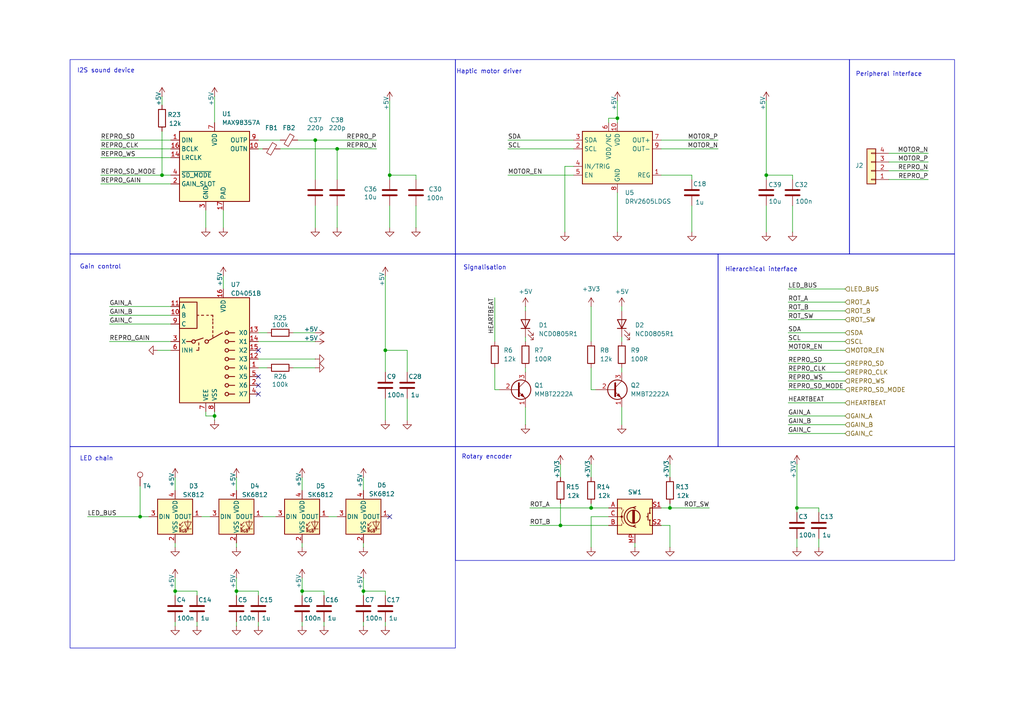
<source format=kicad_sch>
(kicad_sch (version 20250114) (generator "eeschema") (generator_version "9.0")
  (paper "A4")
  (title_block (title "Dummy button") (date "2025-04-23") (rev "v0.1"))
  (lib_symbols
    (symbol "+3V3_1" (power) (pin_numbers (hide yes)) (pin_names (offset 0) (hide yes))
      (property "Value" "+3V3" (at 0 3.556 0))
      (symbol "+3V3_1_1_1"
        (pin power_in line (at 0 0 90) (length 0) (name "~") (number "1"))
      )
    )
    (symbol "Analog_Switch:CD4051B"
      (property "Reference" "U" (at -10.16 16.51 0))
      (property "Value" "CD4051B" (at 3.81 16.51 0))
      (symbol "CD4051B_1_1"
        (pin input line (at -12.7 12.7 0) (length 2.54) (name "A") (number "11"))
        (pin input line (at -12.7 10.16 0) (length 2.54) (name "B") (number "10"))
        (pin input line (at -12.7 7.62 0) (length 2.54) (name "C") (number "9"))
        (pin bidirectional line (at -12.7 2.54 0) (length 2.54) (name "X") (number "3"))
        (pin input line (at -12.7 0 0) (length 2.54) (name "INH") (number "6"))
        (pin power_in line (at -2.54 -17.78 90) (length 2.54) (name "VEE") (number "7"))
        (pin power_in line (at 0 -17.78 90) (length 2.54) (name "VSS") (number "8"))
        (pin power_in line (at 2.54 17.78 270) (length 2.54) (name "VDD") (number "16"))
        (pin bidirectional line (at 12.7 5.08 180) (length 2.54) (name "X0") (number "13"))
        (pin bidirectional line (at 12.7 2.54 180) (length 2.54) (name "X1") (number "14"))
        (pin bidirectional line (at 12.7 0 180) (length 2.54) (name "X2") (number "15"))
        (pin bidirectional line (at 12.7 -2.54 180) (length 2.54) (name "X3") (number "12"))
        (pin bidirectional line (at 12.7 -5.08 180) (length 2.54) (name "X4") (number "1"))
        (pin bidirectional line (at 12.7 -7.62 180) (length 2.54) (name "X5") (number "5"))
        (pin bidirectional line (at 12.7 -10.16 180) (length 2.54) (name "X6") (number "2"))
        (pin bidirectional line (at 12.7 -12.7 180) (length 2.54) (name "X7") (number "4"))
      )
    )
    (symbol "Audio:MAX98357A"
      (property "Reference" "U1" (at 2.1433 15.24 0))
      (property "Value" "MAX98357A" (at 2.1433 12.7 0))
      (symbol "MAX98357A_1_1"
        (pin input line (at -12.7 7.62 0) (length 2.54) (name "DIN") (number "1"))
        (pin input line (at -12.7 5.08 0) (length 2.54) (name "BCLK") (number "16"))
        (pin input line (at -12.7 2.54 0) (length 2.54) (name "LRCLK") (number "14"))
        (pin input line (at -12.7 -2.54 0) (length 2.54) (name "~{SD_MODE}") (number "4"))
        (pin passive line (at -12.7 -5.08 0) (length 2.54) (name "GAIN_SLOT") (number "2"))
        (pin passive line (at -2.54 -12.7 90) (length 2.54) (hide yes) (name "GND") (number "11"))
        (pin passive line (at -2.54 -12.7 90) (length 2.54) (hide yes) (name "GND") (number "15"))
        (pin power_in line (at -2.54 -12.7 90) (length 2.54) (name "GND") (number "3"))
        (pin power_in line (at 0 12.7 270) (length 2.54) (name "VDD") (number "7"))
        (pin passive line (at 0 12.7 270) (length 2.54) (hide yes) (name "VDD") (number "8"))
        (pin power_in line (at 2.54 -12.7 90) (length 2.54) (name "PAD") (number "17"))
        (pin no_connect line (at 10.16 2.54 180) (length 2.54) (hide yes) (name "NC") (number "5"))
        (pin no_connect line (at 10.16 0 180) (length 2.54) (hide yes) (name "NC") (number "6"))
        (pin no_connect line (at 10.16 -5.08 180) (length 2.54) (hide yes) (name "NC") (number "12"))
        (pin no_connect line (at 10.16 -7.62 180) (length 2.54) (hide yes) (name "NC") (number "13"))
        (pin output line (at 12.7 7.62 180) (length 2.54) (name "OUTP") (number "9"))
        (pin output line (at 12.7 5.08 180) (length 2.54) (name "OUTN") (number "10"))
      )
    )
    (symbol "Connector:TestPoint" (pin_numbers (hide yes)) (pin_names (offset 0.762) (hide yes))
      (property "Reference" "TP" (at 0 6.858 0))
      (property "Value" "TestPoint" (at 0 5.08 0))
      (symbol "TestPoint_1_1"
        (pin passive line (at 0 0 90) (length 2.54) (name "1") (number "1"))
      )
    )
    (symbol "Connector_Generic:Conn_01x04" (pin_names (offset 1.016) (hide yes))
      (property "Reference" "J" (at 0 5.08 0))
      (property "Value" "Conn_01x04" (at 0 -7.62 0))
      (symbol "Conn_01x04_1_1"
        (pin passive line (at -5.08 2.54 0) (length 3.81) (name "Pin_1") (number "1"))
        (pin passive line (at -5.08 0 0) (length 3.81) (name "Pin_2") (number "2"))
        (pin passive line (at -5.08 -2.54 0) (length 3.81) (name "Pin_3") (number "3"))
        (pin passive line (at -5.08 -5.08 0) (length 3.81) (name "Pin_4") (number "4"))
      )
    )
    (symbol "Device:C" (pin_numbers (hide yes)) (pin_names (offset 0.254))
      (property "Reference" "C" (at 0.635 2.54 0))
      (property "Value" "C" (at 0.635 -2.54 0))
      (symbol "C_1_1"
        (pin passive line (at 0 3.81 270) (length 2.794) (name "~") (number "1"))
        (pin passive line (at 0 -3.81 90) (length 2.794) (name "~") (number "2"))
      )
    )
    (symbol "Device:FerriteBead_Small" (pin_numbers (hide yes)) (pin_names (offset 0))
      (property "Reference" "FB" (at 1.905 1.27 0))
      (property "Value" "FerriteBead_Small" (at 1.905 -1.27 0))
      (symbol "FerriteBead_Small_1_1"
        (pin passive line (at 0 2.54 270) (length 1.27) (name "~") (number "1"))
        (pin passive line (at 0 -2.54 90) (length 1.27) (name "~") (number "2"))
      )
    )
    (symbol "Device:LED" (pin_numbers (hide yes)) (pin_names (offset 1.016) (hide yes))
      (property "Reference" "D" (at 0 2.54 0))
      (property "Value" "LED" (at 0 -2.54 0))
      (symbol "LED_1_1"
        (pin passive line (at -3.81 0 0) (length 2.54) (name "K") (number "1"))
        (pin passive line (at 3.81 0 180) (length 2.54) (name "A") (number "2"))
      )
    )
    (symbol "Device:R" (pin_numbers (hide yes)) (pin_names (offset 0))
      (property "Reference" "R" (at 2.032 0 90))
      (property "Value" "R" (at 0 0 90))
      (symbol "R_1_1"
        (pin passive line (at 0 3.81 270) (length 1.27) (name "~") (number "1"))
        (pin passive line (at 0 -3.81 90) (length 1.27) (name "~") (number "2"))
      )
    )
    (symbol "Device:RotaryEncoder_Switch_MP" (pin_names (offset 0.254) (hide yes))
      (property "Reference" "SW" (at 0 8.89 0))
      (property "Value" "RotaryEncoder_Switch_MP" (at 0 6.35 0))
      (symbol "RotaryEncoder_Switch_MP_1_1"
        (pin passive line (at -7.62 2.54 0) (length 2.54) (name "A") (number "A"))
        (pin passive line (at -7.62 0 0) (length 2.54) (name "C") (number "C"))
        (pin passive line (at -7.62 -2.54 0) (length 2.54) (name "B") (number "B"))
        (pin passive line (at 0 -7.62 90) (length 2.54) (name "MP") (number "MP"))
        (pin passive line (at 7.62 2.54 180) (length 2.54) (name "S1") (number "S1"))
        (pin passive line (at 7.62 -2.54 180) (length 2.54) (name "S2") (number "S2"))
      )
    )
    (symbol "Driver_Haptic:DRV2605LDGS"
      (property "Reference" "U" (at -10.16 8.255 0))
      (property "Value" "DRV2605LDGS" (at 2.54 -8.89 0))
      (symbol "DRV2605LDGS_1_1"
        (pin bidirectional line (at -12.7 5.08 0) (length 2.54) (name "SDA") (number "3"))
        (pin input line (at -12.7 2.54 0) (length 2.54) (name "SCL") (number "2"))
        (pin input line (at -12.7 -2.54 0) (length 2.54) (name "IN/TRIG") (number "4"))
        (pin input line (at -12.7 -5.08 0) (length 2.54) (name "EN") (number "5"))
        (pin power_in line (at -2.54 10.16 270) (length 2.54) (name "VDD/NC") (number "6"))
        (pin power_in line (at 0 10.16 270) (length 2.54) (name "VDD") (number "10"))
        (pin power_in line (at 0 -10.16 90) (length 2.54) (name "GND") (number "8"))
        (pin output line (at 12.7 5.08 180) (length 2.54) (name "OUT+") (number "7"))
        (pin output line (at 12.7 2.54 180) (length 2.54) (name "OUT-") (number "9"))
        (pin passive line (at 12.7 -5.08 180) (length 2.54) (name "REG") (number "1"))
      )
    )
    (symbol "GND_1" (power) (pin_numbers (hide yes)) (pin_names (offset 0) (hide yes))
      (property "Value" "GND" (at 0 -3.81 0))
      (symbol "GND_1_1_1"
        (pin power_in line (at 0 0 270) (length 0) (name "~") (number "1"))
      )
    )
    (symbol "LED:SK6812MINI" (pin_names (offset 0.254))
      (property "Reference" "D" (at 5.08 5.715 0))
      (property "Value" "SK6812MINI" (at 1.27 -5.715 0))
      (symbol "SK6812MINI_0_0"
        (text "RGB" (at 2.286 -4.191 0) (effects (font (size 0.762 0.762))))
      )
      (symbol "SK6812MINI_1_1"
        (pin input line (at -7.62 0 0) (length 2.54) (name "DIN") (number "3"))
        (pin power_in line (at 0 7.62 270) (length 2.54) (name "VDD") (number "4"))
        (pin power_in line (at 0 -7.62 90) (length 2.54) (name "VSS") (number "2"))
        (pin output line (at 7.62 0 180) (length 2.54) (name "DOUT") (number "1"))
      )
    )
    (symbol "LED_1" (pin_numbers (hide yes)) (pin_names (offset 1.016) (hide yes))
      (property "Reference" "D" (at 0 2.54 0))
      (property "Value" "LED" (at 0 -2.54 0))
      (symbol "LED_1_1_1"
        (pin passive line (at -3.81 0 0) (length 2.54) (name "K") (number "1"))
        (pin passive line (at 3.81 0 180) (length 2.54) (name "A") (number "2"))
      )
    )
    (symbol "PN2222A_1" (pin_names (offset 0) (hide yes))
      (property "Reference" "Q" (at 5.08 1.905 0))
      (property "Value" "PN2222A" (at 5.08 0 0))
      (symbol "PN2222A_1_1_1"
        (pin input line (at -5.08 0 0) (length 5.08) (name "B") (number "2"))
        (pin passive line (at 2.54 5.08 270) (length 2.54) (name "C") (number "3"))
        (pin passive line (at 2.54 -5.08 90) (length 2.54) (name "E") (number "1"))
      )
    )
    (symbol "Transistor_BJT:PN2222A" (pin_names (offset 0) (hide yes))
      (property "Reference" "Q" (at 5.08 1.905 0))
      (property "Value" "PN2222A" (at 5.08 0 0))
      (symbol "PN2222A_1_1"
        (pin input line (at -5.08 0 0) (length 5.08) (name "B") (number "2"))
        (pin passive line (at 2.54 5.08 270) (length 2.54) (name "C") (number "3"))
        (pin passive line (at 2.54 -5.08 90) (length 2.54) (name "E") (number "1"))
      )
    )
    (symbol "power:+5V" (power) (pin_numbers (hide yes)) (pin_names (offset 0) (hide yes))
      (property "Value" "+5V" (at 0 3.556 0))
      (symbol "+5V_1_1"
        (pin power_in line (at 0 0 90) (length 0) (name "~") (number "1"))
      )
    )
  )
  (rectangle (start 246.38 17.272) (end 276.86 73.66))
  (rectangle (start 208.28 73.66) (end 276.86 129.54))
  (rectangle (start 132.08 129.54) (end 276.86 162.56))
  (rectangle (start 132.08 17.272) (end 246.38 73.66))
  (rectangle (start 20.32 17.272) (end 132.08 73.66))
  (rectangle (start 20.32 129.54) (end 132.08 187.96))
  (rectangle (start 20.32 73.66) (end 132.08 129.54))
  (rectangle (start 132.08 73.66) (end 208.28 129.54))
  (text "Haptic motor driver" (at 132.334 20.828 0) (effects (font (size 1.27 1.27)) (justify left)))
  (text "Hierarchical interface" (at 210.312 78.232 0) (effects (font (size 1.27 1.27)) (justify left)))
  (text "LED chain" (at 23.114 133.096 0) (effects (font (size 1.27 1.27)) (justify left)))
  (text "I2S sound device" (at 22.352 20.574 0) (effects (font (size 1.27 1.27)) (justify left)))
  (text "Peripheral interface" (at 248.158 21.59 0) (effects (font (size 1.27 1.27)) (justify left)))
  (text "Signalisation" (at 134.366 77.724 0) (effects (font (size 1.27 1.27)) (justify left)))
  (text "Rotary encoder" (at 133.858 132.588 0) (effects (font (size 1.27 1.27)) (justify left)))
  (text "Gain control" (at 23.114 77.47 0) (effects (font (size 1.27 1.27)) (justify left)))
  (junction (at 111.76 101.6))
  (junction (at 68.58 171.45))
  (junction (at 162.56 152.4))
  (junction (at 222.25 50.8))
  (junction (at 179.07 34.29))
  (junction (at 194.31 147.32))
  (junction (at 46.99 50.8))
  (junction (at 113.03 50.8))
  (junction (at 97.79 43.18))
  (junction (at 50.8 171.45))
  (junction (at 171.45 147.32))
  (junction (at 105.41 171.45))
  (junction (at 62.23 120.65))
  (junction (at 231.14 147.32))
  (junction (at 91.44 40.64))
  (junction (at 87.63 171.45))
  (junction (at 40.64 149.86))
  (no_connect (at 74.93 101.6))
  (no_connect (at 74.93 114.3))
  (no_connect (at 74.93 109.22))
  (no_connect (at 113.03 149.86))
  (no_connect (at 74.93 111.76))
  (wire (pts (xy 62.23 120.65) (xy 62.23 121.92)))
  (wire (pts (xy 91.44 59.69) (xy 91.44 66.04)))
  (wire (pts (xy 105.41 171.45) (xy 111.76 171.45)))
  (wire (pts (xy 231.14 158.75) (xy 231.14 156.21)))
  (wire (pts (xy 29.21 40.64) (xy 49.53 40.64)))
  (wire (pts (xy 120.65 52.07) (xy 120.65 50.8)))
  (wire (pts (xy 87.63 171.45) (xy 87.63 172.72)))
  (wire (pts (xy 228.6 101.6) (xy 245.11 101.6)))
  (wire (pts (xy 228.6 107.95) (xy 245.11 107.95)))
  (wire (pts (xy 228.6 125.73) (xy 245.11 125.73)))
  (wire (pts (xy 180.34 88.9) (xy 180.34 90.17)))
  (wire (pts (xy 31.75 99.06) (xy 49.53 99.06)))
  (wire (pts (xy 144.78 113.03) (xy 143.51 113.03)))
  (wire (pts (xy 269.24 49.53) (xy 257.81 49.53)))
  (wire (pts (xy 118.11 101.6) (xy 118.11 107.95)))
  (wire (pts (xy 228.6 83.82) (xy 245.11 83.82)))
  (wire (pts (xy 105.41 181.61) (xy 105.41 180.34)))
  (wire (pts (xy 87.63 138.43) (xy 87.63 142.24)))
  (wire (pts (xy 228.6 105.41) (xy 245.11 105.41)))
  (wire (pts (xy 228.6 113.03) (xy 245.11 113.03)))
  (wire (pts (xy 147.32 43.18) (xy 166.37 43.18)))
  (wire (pts (xy 29.21 43.18) (xy 49.53 43.18)))
  (wire (pts (xy 64.77 80.01) (xy 64.77 83.82)))
  (wire (pts (xy 180.34 106.68) (xy 180.34 107.95)))
  (wire (pts (xy 111.76 101.6) (xy 118.11 101.6)))
  (wire (pts (xy 113.03 59.69) (xy 113.03 66.04)))
  (wire (pts (xy 113.03 29.21) (xy 113.03 50.8)))
  (wire (pts (xy 180.34 118.11) (xy 180.34 123.19)))
  (wire (pts (xy 228.6 116.84) (xy 245.11 116.84)))
  (wire (pts (xy 29.21 50.8) (xy 46.99 50.8)))
  (wire (pts (xy 50.8 138.43) (xy 50.8 142.24)))
  (wire (pts (xy 163.83 67.31) (xy 163.83 48.26)))
  (wire (pts (xy 85.09 96.52) (xy 91.44 96.52)))
  (wire (pts (xy 257.81 44.45) (xy 269.24 44.45)))
  (wire (pts (xy 231.14 147.32) (xy 231.14 148.59)))
  (wire (pts (xy 180.34 97.79) (xy 180.34 99.06)))
  (wire (pts (xy 152.4 118.11) (xy 152.4 123.19)))
  (wire (pts (xy 228.6 92.71) (xy 245.11 92.71)))
  (wire (pts (xy 194.31 152.4) (xy 194.31 158.75)))
  (wire (pts (xy 87.63 181.61) (xy 87.63 180.34)))
  (wire (pts (xy 257.81 52.07) (xy 269.24 52.07)))
  (wire (pts (xy 81.28 43.18) (xy 97.79 43.18)))
  (wire (pts (xy 68.58 171.45) (xy 74.93 171.45)))
  (wire (pts (xy 200.66 52.07) (xy 200.66 50.8)))
  (wire (pts (xy 118.11 115.57) (xy 118.11 121.92)))
  (wire (pts (xy 143.51 106.68) (xy 143.51 113.03)))
  (wire (pts (xy 200.66 59.69) (xy 200.66 67.31)))
  (wire (pts (xy 40.64 149.86) (xy 43.18 149.86)))
  (wire (pts (xy 152.4 106.68) (xy 152.4 107.95)))
  (wire (pts (xy 222.25 50.8) (xy 229.87 50.8)))
  (wire (pts (xy 257.81 46.99) (xy 269.24 46.99)))
  (wire (pts (xy 105.41 157.48) (xy 105.41 158.75)))
  (wire (pts (xy 191.77 40.64) (xy 208.28 40.64)))
  (wire (pts (xy 153.67 152.4) (xy 162.56 152.4)))
  (wire (pts (xy 111.76 80.01) (xy 111.76 101.6)))
  (wire (pts (xy 171.45 158.75) (xy 171.45 149.86)))
  (wire (pts (xy 231.14 134.62) (xy 231.14 147.32)))
  (wire (pts (xy 97.79 43.18) (xy 109.22 43.18)))
  (wire (pts (xy 229.87 50.8) (xy 229.87 52.07)))
  (wire (pts (xy 113.03 50.8) (xy 113.03 52.07)))
  (wire (pts (xy 229.87 59.69) (xy 229.87 67.31)))
  (wire (pts (xy 74.93 40.64) (xy 81.28 40.64)))
  (wire (pts (xy 111.76 171.45) (xy 111.76 172.72)))
  (wire (pts (xy 87.63 157.48) (xy 87.63 158.75)))
  (wire (pts (xy 176.53 34.29) (xy 176.53 35.56)))
  (wire (pts (xy 191.77 147.32) (xy 194.31 147.32)))
  (wire (pts (xy 231.14 147.32) (xy 237.49 147.32)))
  (wire (pts (xy 222.25 59.69) (xy 222.25 67.31)))
  (wire (pts (xy 62.23 119.38) (xy 62.23 120.65)))
  (wire (pts (xy 184.15 157.48) (xy 184.15 158.75)))
  (wire (pts (xy 74.93 99.06) (xy 91.44 99.06)))
  (wire (pts (xy 68.58 138.43) (xy 68.58 142.24)))
  (wire (pts (xy 74.93 43.18) (xy 76.2 43.18)))
  (wire (pts (xy 163.83 48.26) (xy 166.37 48.26)))
  (wire (pts (xy 74.93 104.14) (xy 91.44 104.14)))
  (wire (pts (xy 171.45 147.32) (xy 176.53 147.32)))
  (wire (pts (xy 147.32 50.8) (xy 166.37 50.8)))
  (wire (pts (xy 105.41 167.64) (xy 105.41 171.45)))
  (wire (pts (xy 58.42 149.86) (xy 60.96 149.86)))
  (wire (pts (xy 171.45 146.05) (xy 171.45 147.32)))
  (wire (pts (xy 222.25 50.8) (xy 222.25 52.07)))
  (wire (pts (xy 31.75 88.9) (xy 49.53 88.9)))
  (wire (pts (xy 57.15 180.34) (xy 57.15 181.61)))
  (wire (pts (xy 68.58 167.64) (xy 68.58 171.45)))
  (wire (pts (xy 228.6 90.17) (xy 245.11 90.17)))
  (wire (pts (xy 31.75 93.98) (xy 49.53 93.98)))
  (wire (pts (xy 228.6 123.19) (xy 245.11 123.19)))
  (wire (pts (xy 74.93 106.68) (xy 77.47 106.68)))
  (wire (pts (xy 152.4 97.79) (xy 152.4 99.06)))
  (wire (pts (xy 50.8 181.61) (xy 50.8 180.34)))
  (wire (pts (xy 228.6 110.49) (xy 245.11 110.49)))
  (wire (pts (xy 200.66 50.8) (xy 191.77 50.8)))
  (wire (pts (xy 105.41 171.45) (xy 105.41 172.72)))
  (wire (pts (xy 179.07 34.29) (xy 179.07 35.56)))
  (wire (pts (xy 194.31 134.62) (xy 194.31 138.43)))
  (wire (pts (xy 228.6 87.63) (xy 245.11 87.63)))
  (wire (pts (xy 111.76 180.34) (xy 111.76 181.61)))
  (wire (pts (xy 152.4 88.9) (xy 152.4 90.17)))
  (wire (pts (xy 40.64 140.97) (xy 40.64 149.86)))
  (wire (pts (xy 87.63 167.64) (xy 87.63 171.45)))
  (wire (pts (xy 85.09 106.68) (xy 91.44 106.68)))
  (wire (pts (xy 171.45 134.62) (xy 171.45 138.43)))
  (wire (pts (xy 87.63 171.45) (xy 93.98 171.45)))
  (wire (pts (xy 105.41 138.43) (xy 105.41 142.24)))
  (wire (pts (xy 74.93 96.52) (xy 77.47 96.52)))
  (wire (pts (xy 50.8 171.45) (xy 57.15 171.45)))
  (wire (pts (xy 59.69 120.65) (xy 62.23 120.65)))
  (wire (pts (xy 74.93 180.34) (xy 74.93 181.61)))
  (wire (pts (xy 222.25 29.21) (xy 222.25 50.8)))
  (wire (pts (xy 62.23 27.94) (xy 62.23 35.56)))
  (wire (pts (xy 171.45 106.68) (xy 171.45 113.03)))
  (wire (pts (xy 64.77 60.96) (xy 64.77 66.04)))
  (wire (pts (xy 57.15 171.45) (xy 57.15 172.72)))
  (wire (pts (xy 68.58 157.48) (xy 68.58 158.75)))
  (wire (pts (xy 25.4 149.86) (xy 40.64 149.86)))
  (wire (pts (xy 162.56 146.05) (xy 162.56 152.4)))
  (wire (pts (xy 153.67 147.32) (xy 171.45 147.32)))
  (wire (pts (xy 86.36 40.64) (xy 91.44 40.64)))
  (wire (pts (xy 179.07 29.21) (xy 179.07 34.29)))
  (wire (pts (xy 111.76 121.92) (xy 111.76 115.57)))
  (wire (pts (xy 162.56 152.4) (xy 176.53 152.4)))
  (wire (pts (xy 95.25 149.86) (xy 97.79 149.86)))
  (wire (pts (xy 59.69 119.38) (xy 59.69 120.65)))
  (wire (pts (xy 143.51 86.36) (xy 143.51 99.06)))
  (wire (pts (xy 46.99 38.1) (xy 46.99 50.8)))
  (wire (pts (xy 68.58 171.45) (xy 68.58 172.72)))
  (wire (pts (xy 97.79 59.69) (xy 97.79 66.04)))
  (wire (pts (xy 237.49 156.21) (xy 237.49 158.75)))
  (wire (pts (xy 93.98 171.45) (xy 93.98 172.72)))
  (wire (pts (xy 29.21 53.34) (xy 49.53 53.34)))
  (wire (pts (xy 171.45 149.86) (xy 176.53 149.86)))
  (wire (pts (xy 68.58 181.61) (xy 68.58 180.34)))
  (wire (pts (xy 194.31 147.32) (xy 205.74 147.32)))
  (wire (pts (xy 91.44 40.64) (xy 109.22 40.64)))
  (wire (pts (xy 49.53 50.8) (xy 46.99 50.8)))
  (wire (pts (xy 91.44 40.64) (xy 91.44 52.07)))
  (wire (pts (xy 228.6 96.52) (xy 245.11 96.52)))
  (wire (pts (xy 50.8 157.48) (xy 50.8 158.75)))
  (wire (pts (xy 50.8 171.45) (xy 50.8 172.72)))
  (wire (pts (xy 97.79 43.18) (xy 97.79 52.07)))
  (wire (pts (xy 191.77 43.18) (xy 208.28 43.18)))
  (wire (pts (xy 29.21 45.72) (xy 49.53 45.72)))
  (wire (pts (xy 93.98 180.34) (xy 93.98 181.61)))
  (wire (pts (xy 113.03 50.8) (xy 120.65 50.8)))
  (wire (pts (xy 120.65 59.69) (xy 120.65 66.04)))
  (wire (pts (xy 228.6 99.06) (xy 245.11 99.06)))
  (wire (pts (xy 31.75 91.44) (xy 49.53 91.44)))
  (wire (pts (xy 59.69 60.96) (xy 59.69 66.04)))
  (wire (pts (xy 46.99 27.94) (xy 46.99 30.48)))
  (wire (pts (xy 147.32 40.64) (xy 166.37 40.64)))
  (wire (pts (xy 162.56 134.62) (xy 162.56 138.43)))
  (wire (pts (xy 171.45 88.9) (xy 171.45 99.06)))
  (wire (pts (xy 45.72 101.6) (xy 49.53 101.6)))
  (wire (pts (xy 228.6 120.65) (xy 245.11 120.65)))
  (wire (pts (xy 76.2 149.86) (xy 80.01 149.86)))
  (wire (pts (xy 111.76 101.6) (xy 111.76 107.95)))
  (wire (pts (xy 74.93 171.45) (xy 74.93 172.72)))
  (wire (pts (xy 172.72 113.03) (xy 171.45 113.03)))
  (wire (pts (xy 176.53 34.29) (xy 179.07 34.29)))
  (wire (pts (xy 179.07 55.88) (xy 179.07 67.31)))
  (wire (pts (xy 191.77 152.4) (xy 194.31 152.4)))
  (wire (pts (xy 237.49 147.32) (xy 237.49 148.59)))
  (wire (pts (xy 194.31 146.05) (xy 194.31 147.32)))
  (wire (pts (xy 50.8 167.64) (xy 50.8 171.45)))
  (label "LED_BUS" (at 228.6 83.82 0))
  (label "MOTOR_P" (at 208.28 40.64 180))
  (label "REPRO_SD_MODE" (at 228.6 113.03 0))
  (label "ROT_B" (at 228.6 90.17 0))
  (label "REPRO_GAIN" (at 31.75 99.06 0))
  (label "LED_BUS" (at 25.4 149.86 0))
  (label "HEARTBEAT" (at 143.51 86.36 270))
  (label "REPRO_GAIN" (at 29.21 53.34 0))
  (label "ROT_B" (at 153.67 152.4 0))
  (label "ROT_A" (at 153.67 147.32 0))
  (label "GAIN_B" (at 31.75 91.44 0))
  (label "REPRO_N" (at 109.22 43.18 180))
  (label "GAIN_C" (at 31.75 93.98 0))
  (label "GAIN_A" (at 228.6 120.65 0))
  (label "REPRO_CLK" (at 228.6 107.95 0))
  (label "REPRO_CLK" (at 29.21 43.18 0))
  (label "REPRO_P" (at 269.24 52.07 180))
  (label "GAIN_C" (at 228.6 125.73 0))
  (label "REPRO_SD" (at 228.6 105.41 0))
  (label "REPRO_N" (at 269.24 49.53 180))
  (label "REPRO_SD_MODE" (at 29.21 50.8 0))
  (label "ROT_A" (at 228.6 87.63 0))
  (label "SDA" (at 147.32 40.64 0))
  (label "HEARTBEAT" (at 228.6 116.84 0))
  (label "MOTOR_N" (at 269.24 44.45 180))
  (label "MOTOR_EN" (at 228.6 101.6 0))
  (label "REPRO_WS" (at 228.6 110.49 0))
  (label "REPRO_SD" (at 29.21 40.64 0))
  (label "SDA" (at 228.6 96.52 0))
  (label "SCL" (at 228.6 99.06 0))
  (label "SCL" (at 147.32 43.18 0))
  (label "REPRO_WS" (at 29.21 45.72 0))
  (label "REPRO_P" (at 109.22 40.64 180))
  (label "MOTOR_P" (at 269.24 46.99 180))
  (label "MOTOR_EN" (at 147.32 50.8 0))
  (label "GAIN_A" (at 31.75 88.9 0))
  (label "ROT_SW" (at 228.6 92.71 0))
  (label "GAIN_B" (at 228.6 123.19 0))
  (label "ROT_SW" (at 205.74 147.32 180))
  (label "MOTOR_N" (at 208.28 43.18 180))
  (hierarchical_label "SDA" (shape input) (at 245.11 96.52 0))
  (hierarchical_label "ROT_SW" (shape input) (at 245.11 92.71 0))
  (hierarchical_label "ROT_B" (shape input) (at 245.11 90.17 0))
  (hierarchical_label "REPRO_WS" (shape input) (at 245.11 110.49 0))
  (hierarchical_label "GAIN_B" (shape input) (at 245.11 123.19 0))
  (hierarchical_label "REPRO_CLK" (shape input) (at 245.11 107.95 0))
  (hierarchical_label "REPRO_SD" (shape input) (at 245.11 105.41 0))
  (hierarchical_label "GAIN_A" (shape input) (at 245.11 120.65 0))
  (hierarchical_label "HEARTBEAT" (shape input) (at 245.11 116.84 0))
  (hierarchical_label "LED_BUS" (shape input) (at 245.11 83.82 0))
  (hierarchical_label "SCL" (shape input) (at 245.11 99.06 0))
  (hierarchical_label "MOTOR_EN" (shape input) (at 245.11 101.6 0))
  (hierarchical_label "GAIN_C" (shape input) (at 245.11 125.73 0))
  (hierarchical_label "ROT_A" (shape input) (at 245.11 87.63 0))
  (hierarchical_label "REPRO_SD_MODE" (shape input) (at 245.11 113.03 0))
  (symbol (lib_id "Device:C") (at 111.76 111.76 180) (unit 1)
    (property "Reference" "C9" (at 113.538 109.22 0))
    (property "Value" "100n" (at 114.808 114.554 0))
    (property "Footprint" "Capacitor_SMD:C_0603_1608Metric_Pad1.08x0.95mm_HandSolder" (effects (hide yes)))
    (property "LCSC" "C14663" (effects (hide yes)))
  )
  (symbol (lib_name "GND_1") (lib_id "power:GND") (at 105.41 181.61 0) (unit 1)
    (property "Reference" "#PWR053" (effects (hide yes)))
    (property "Value" "GND" (effects (hide yes)))
    (property "Description" "Power symbol creates a global label with name \"GND\" , ground" (effects (hide yes)))
  )
  (symbol (lib_id "Device:C") (at 97.79 55.88 0) (mirror y) (unit 1)
    (property "Reference" "C38" (at 97.79 34.798 0))
    (property "Value" "220p" (at 97.79 37.084 0))
    (property "Footprint" "Capacitor_SMD:C_0603_1608Metric" (effects (hide yes)))
    (property "LCSC" "C14663" (effects (hide yes)))
  )
  (symbol (lib_name "GND_1") (lib_id "power:GND") (at 62.23 121.92 0) (unit 1)
    (property "Reference" "#PWR0115" (effects (hide yes)))
    (property "Value" "GND" (effects (hide yes)))
    (property "Description" "Power symbol creates a global label with name \"GND\" , ground" (effects (hide yes)))
  )
  (symbol (lib_id "power:+5V") (at 91.44 99.06 270) (unit 1)
    (property "Reference" "#PWR0118" (effects (hide yes)))
    (property "Value" "+5V" (at 88.138 98.044 90) (effects (justify left)))
    (property "Description" "Power symbol creates a global label with name \"+5V\"" (effects (hide yes)))
  )
  (symbol (lib_id "power:+5V") (at 91.44 96.52 270) (unit 1)
    (property "Reference" "#PWR0117" (effects (hide yes)))
    (property "Value" "+5V" (at 88.138 95.504 90) (effects (justify left)))
    (property "Description" "Power symbol creates a global label with name \"+5V\"" (effects (hide yes)))
  )
  (symbol (lib_id "power:+5V") (at 105.41 138.43 0) (unit 1)
    (property "Reference" "#PWR066" (effects (hide yes)))
    (property "Value" "+5V" (at 104.394 141.478 90) (effects (justify left)))
    (property "Description" "Power symbol creates a global label with name \"+5V\"" (effects (hide yes)))
  )
  (symbol (lib_id "Device:FerriteBead_Small") (at 78.74 43.18 270) (unit 1)
    (property "Reference" "FB1" (at 78.74 37.084 90))
    (property "Value" "FerriteBead_Small" (effects (hide yes)))
    (property "Footprint" "Inductor_SMD:L_0603_1608Metric" (effects (hide yes)))
    (property "Description" "Ferrite bead, small symbol" (effects (hide yes)))
    (property "LCSC" "C76814" (effects (hide yes)))
  )
  (symbol (lib_name "GND_1") (lib_id "power:GND") (at 59.69 66.04 0) (unit 1)
    (property "Reference" "#PWR060" (effects (hide yes)))
    (property "Value" "GND" (effects (hide yes)))
    (property "Description" "Power symbol creates a global label with name \"GND\" , ground" (effects (hide yes)))
  )
  (symbol (lib_id "Device:C") (at 68.58 176.53 180) (unit 1)
    (property "Reference" "C5" (at 70.358 173.99 0))
    (property "Value" "100n" (at 71.628 179.324 0))
    (property "Footprint" "Capacitor_SMD:C_0603_1608Metric_Pad1.08x0.95mm_HandSolder" (effects (hide yes)))
    (property "LCSC" "C14663" (effects (hide yes)))
  )
  (symbol (lib_id "Device:C") (at 111.76 176.53 180) (unit 1)
    (property "Reference" "C17" (at 114.046 173.99 0))
    (property "Value" "1u" (at 114.046 179.324 0))
    (property "Footprint" "Capacitor_SMD:C_0603_1608Metric_Pad1.08x0.95mm_HandSolder" (effects (hide yes)))
    (property "LCSC" "C15849" (effects (hide yes)))
  )
  (symbol (lib_id "Device:C") (at 237.49 152.4 180) (unit 1)
    (property "Reference" "C13" (at 239.776 149.86 0))
    (property "Value" "1u" (at 239.776 155.194 0))
    (property "Footprint" "Capacitor_SMD:C_0603_1608Metric_Pad1.08x0.95mm_HandSolder" (effects (hide yes)))
    (property "LCSC" "C15849" (effects (hide yes)))
  )
  (symbol (lib_id "Device:C") (at 57.15 176.53 180) (unit 1)
    (property "Reference" "C14" (at 59.436 173.99 0))
    (property "Value" "1u" (at 59.436 179.324 0))
    (property "Footprint" "Capacitor_SMD:C_0603_1608Metric_Pad1.08x0.95mm_HandSolder" (effects (hide yes)))
    (property "LCSC" "C15849" (effects (hide yes)))
  )
  (symbol (lib_name "GND_1") (lib_id "power:GND") (at 50.8 158.75 0) (unit 1)
    (property "Reference" "#PWR057" (effects (hide yes)))
    (property "Value" "GND" (effects (hide yes)))
    (property "Description" "Power symbol creates a global label with name \"GND\" , ground" (effects (hide yes)))
  )
  (symbol (lib_name "GND_1") (lib_id "power:GND") (at 93.98 181.61 0) (unit 1)
    (property "Reference" "#PWR049" (effects (hide yes)))
    (property "Value" "GND" (effects (hide yes)))
    (property "Description" "Power symbol creates a global label with name \"GND\" , ground" (effects (hide yes)))
  )
  (symbol (lib_name "GND_1") (lib_id "power:GND") (at 68.58 158.75 0) (unit 1)
    (property "Reference" "#PWR058" (effects (hide yes)))
    (property "Value" "GND" (effects (hide yes)))
    (property "Description" "Power symbol creates a global label with name \"GND\" , ground" (effects (hide yes)))
  )
  (symbol (lib_id "power:+5V") (at 68.58 167.64 0) (unit 1)
    (property "Reference" "#PWR090" (effects (hide yes)))
    (property "Value" "+5V" (at 67.564 170.688 90) (effects (justify left)))
    (property "Description" "Power symbol creates a global label with name \"+5V\"" (effects (hide yes)))
  )
  (symbol (lib_id "Connector:TestPoint") (at 40.64 140.97 0) (unit 1)
    (property "Reference" "T4" (at 42.672 140.97 0))
    (property "Value" "TestPoint" (effects (hide yes)))
    (property "Footprint" "TestPoint:TestPoint_Pad_1.0x1.0mm" (effects (hide yes)))
    (property "Description" "test point" (effects (hide yes)))
  )
  (symbol (lib_name "GND_1") (lib_id "power:GND") (at 118.11 121.92 0) (unit 1)
    (property "Reference" "#PWR039" (effects (hide yes)))
    (property "Value" "GND" (effects (hide yes)))
    (property "Description" "Power symbol creates a global label with name \"GND\" , ground" (effects (hide yes)))
  )
  (symbol (lib_name "GND_1") (lib_id "power:GND") (at 68.58 181.61 0) (unit 1)
    (property "Reference" "#PWR046" (effects (hide yes)))
    (property "Value" "GND" (effects (hide yes)))
    (property "Description" "Power symbol creates a global label with name \"GND\" , ground" (effects (hide yes)))
  )
  (symbol (lib_id "Device:C") (at 120.65 55.88 0) (unit 1)
    (property "Reference" "C30" (at 126.238 54.864 0))
    (property "Value" "100n" (at 126.238 57.404 0))
    (property "Footprint" "Capacitor_SMD:C_0603_1608Metric_Pad1.08x0.95mm_HandSolder" (effects (hide yes)))
    (property "LCSC" "C14663" (effects (hide yes)))
  )
  (symbol (lib_name "GND_1") (lib_id "power:GND") (at 91.44 106.68 90) (unit 1)
    (property "Reference" "#PWR0120" (effects (hide yes)))
    (property "Value" "GND" (effects (hide yes)))
    (property "Description" "Power symbol creates a global label with name \"GND\" , ground" (effects (hide yes)))
  )
  (symbol (lib_name "GND_1") (lib_id "power:GND") (at 152.4 123.19 0) (unit 1)
    (property "Reference" "#PWR038" (effects (hide yes)))
    (property "Value" "GND" (effects (hide yes)))
    (property "Description" "Power symbol creates a global label with name \"GND\" , ground" (effects (hide yes)))
  )
  (symbol (lib_id "Device:R") (at 81.28 96.52 90) (unit 1)
    (property "Reference" "R25" (at 81.28 92.202 90))
    (property "Value" "100k" (at 81.28 94.234 90))
    (property "Footprint" "Resistor_SMD:R_0603_1608Metric_Pad0.98x0.95mm_HandSolder" (effects (hide yes)))
    (property "LCSC" "C25803" (effects (hide yes)))
  )
  (symbol (lib_name "GND_1") (lib_id "power:GND") (at 237.49 158.75 0) (unit 1)
    (property "Reference" "#PWR052" (effects (hide yes)))
    (property "Value" "GND" (effects (hide yes)))
    (property "Description" "Power symbol creates a global label with name \"GND\" , ground" (effects (hide yes)))
  )
  (symbol (lib_id "Device:RotaryEncoder_Switch_MP") (at 184.15 149.86 0) (unit 1)
    (property "Reference" "SW1" (at 184.15 142.748 0))
    (property "Value" "RotaryEncoder_Switch_MP" (effects (hide yes)))
    (property "Footprint" "Rotary_Encoder:RotaryEncoder_Alps_EC11E-Switch_Vertical_H20mm" (effects (hide yes)))
    (property "Description" "Rotary encoder, dual channel, incremental quadrate outputs, with switch and MP Pin" (effects (hide yes)))
  )
  (symbol (lib_id "Analog_Switch:CD4051B") (at 62.23 101.6 0) (unit 1)
    (property "Reference" "U7" (at 66.9133 82.55 0) (effects (justify left)))
    (property "Value" "CD4051B" (at 66.9133 85.09 0) (effects (justify left)))
    (property "Footprint" "Package_SO:SOIC-16_3.9x9.9mm_P1.27mm" (effects (hide yes)))
    (property "Datasheet" "http://www.ti.com/lit/ds/symlink/cd4052b.pdf" (effects (hide yes)))
    (property "Description" "CMOS single 8-channel analog multiplexer demultiplexer, TSSOP-16/DIP-16/SOIC-16" (effects (hide yes)))
    (property "LCSC" "C87646" (effects (hide yes)))
  )
  (symbol (lib_id "Connector_Generic:Conn_01x04") (at 252.73 49.53 180) (unit 1)
    (property "Reference" "J2" (at 250.444 48.006 0) (effects (justify left)))
    (property "Value" "repro_motor" (effects (hide yes)))
    (property "Footprint" "Connector_JST:JST_PH_B4B-PH-K_1x04_P2.00mm_Vertical" (effects (hide yes)))
    (property "Description" "Generic connector, single row, 01x04, script generated (kicad-library-utils/schlib/autogen/connector/)" (effects (hide yes)))
  )
  (symbol (lib_name "GND_1") (lib_id "power:GND") (at 180.34 123.19 0) (unit 1)
    (property "Reference" "#PWR040" (effects (hide yes)))
    (property "Value" "GND" (effects (hide yes)))
    (property "Description" "Power symbol creates a global label with name \"GND\" , ground" (effects (hide yes)))
  )
  (symbol (lib_name "GND_1") (lib_id "power:GND") (at 111.76 181.61 0) (unit 1)
    (property "Reference" "#PWR054" (effects (hide yes)))
    (property "Value" "GND" (effects (hide yes)))
    (property "Description" "Power symbol creates a global label with name \"GND\" , ground" (effects (hide yes)))
  )
  (symbol (lib_id "power:+5V") (at 113.03 29.21 0) (unit 1)
    (property "Reference" "#PWR086" (effects (hide yes)))
    (property "Value" "+5V" (at 112.014 32.004 90) (effects (justify left)))
    (property "Description" "Power symbol creates a global label with name \"+5V\"" (effects (hide yes)))
  )
  (symbol (lib_id "Device:C") (at 229.87 55.88 0) (unit 1)
    (property "Reference" "C32" (at 232.41 53.594 0))
    (property "Value" "100n" (at 233.172 58.42 0))
    (property "Footprint" "Capacitor_SMD:C_0603_1608Metric_Pad1.08x0.95mm_HandSolder" (effects (hide yes)))
    (property "LCSC" "C14663" (effects (hide yes)))
  )
  (symbol (lib_id "Device:LED") (at 152.4 93.98 90) (unit 1)
    (property "Reference" "D1" (at 156.21 94.2975 90) (effects (justify right)))
    (property "Value" "NCD0805R1" (at 156.21 96.8375 90) (effects (justify right)))
    (property "Footprint" "LED_SMD:LED_0805_2012Metric_Pad1.15x1.40mm_HandSolder" (effects (hide yes)))
    (property "LCSC" "C84256" (effects (hide yes)))
    (property "Text" "3V3" (effects (hide yes)))
  )
  (symbol (lib_id "Device:C") (at 222.25 55.88 0) (mirror y) (unit 1)
    (property "Reference" "C39" (at 224.79 53.594 0))
    (property "Value" "10u" (at 224.79 58.42 0))
    (property "Footprint" "Capacitor_SMD:C_0603_1608Metric" (effects (hide yes)))
    (property "LCSC" "C96446" (effects (hide yes)))
  )
  (symbol (lib_name "GND_1") (lib_id "power:GND") (at 45.72 101.6 270) (unit 1)
    (property "Reference" "#PWR0116" (effects (hide yes)))
    (property "Value" "GND" (effects (hide yes)))
    (property "Description" "Power symbol creates a global label with name \"GND\" , ground" (effects (hide yes)))
  )
  (symbol (lib_id "LED:SK6812MINI") (at 68.58 149.86 0) (unit 1)
    (property "Reference" "D4" (at 73.914 140.97 0))
    (property "Value" "SK6812" (at 73.914 143.51 0))
    (property "Footprint" "LED_SMD:LED_SK6812MINI_PLCC4_3.5x3.5mm_P1.75mm" (effects (hide yes)))
    (property "Datasheet" "https://cdn-shop.adafruit.com/product-files/2686/SK6812MINI_REV.01-1-2.pdf" (effects (hide yes)))
    (property "Description" "RGB LED with integrated controller" (effects (hide yes)))
    (property "LCSC" "C2922787" (effects (hide yes)))
  )
  (symbol (lib_id "Device:C") (at 50.8 176.53 180) (unit 1)
    (property "Reference" "C4" (at 52.578 173.99 0))
    (property "Value" "100n" (at 53.848 179.324 0))
    (property "Footprint" "Capacitor_SMD:C_0603_1608Metric_Pad1.08x0.95mm_HandSolder" (effects (hide yes)))
    (property "LCSC" "C14663" (effects (hide yes)))
  )
  (symbol (lib_name "+3V3_1") (lib_id "power:+3V3") (at 194.31 134.62 0) (unit 1)
    (property "Reference" "#PWR035" (effects (hide yes)))
    (property "Value" "+3V3" (at 193.294 136.144 90))
    (property "Description" "Power symbol creates a global label with name \"+3V3\"" (effects (hide yes)))
  )
  (symbol (lib_name "GND_1") (lib_id "power:GND") (at 184.15 158.75 0) (unit 1)
    (property "Reference" "#PWR041" (effects (hide yes)))
    (property "Value" "GND" (effects (hide yes)))
    (property "Description" "Power symbol creates a global label with name \"GND\" , ground" (effects (hide yes)))
  )
  (symbol (lib_name "GND_1") (lib_id "power:GND") (at 57.15 181.61 0) (unit 1)
    (property "Reference" "#PWR045" (effects (hide yes)))
    (property "Value" "GND" (effects (hide yes)))
    (property "Description" "Power symbol creates a global label with name \"GND\" , ground" (effects (hide yes)))
  )
  (symbol (lib_name "+3V3_1") (lib_id "power:+3V3") (at 162.56 134.62 0) (unit 1)
    (property "Reference" "#PWR033" (effects (hide yes)))
    (property "Value" "+3V3" (at 161.544 136.144 90))
    (property "Description" "Power symbol creates a global label with name \"+3V3\"" (effects (hide yes)))
  )
  (symbol (lib_id "Device:FerriteBead_Small") (at 83.82 40.64 270) (unit 1)
    (property "Reference" "FB2" (at 83.82 37.084 90))
    (property "Value" "FerriteBead_Small" (effects (hide yes)))
    (property "Footprint" "Inductor_SMD:L_0603_1608Metric" (effects (hide yes)))
    (property "Description" "Ferrite bead, small symbol" (effects (hide yes)))
    (property "LCSC" "C76814" (effects (hide yes)))
  )
  (symbol (lib_id "power:+5V") (at 87.63 167.64 0) (unit 1)
    (property "Reference" "#PWR089" (effects (hide yes)))
    (property "Value" "+5V" (at 86.614 170.688 90) (effects (justify left)))
    (property "Description" "Power symbol creates a global label with name \"+5V\"" (effects (hide yes)))
  )
  (symbol (lib_id "power:+5V") (at 179.07 29.21 0) (unit 1)
    (property "Reference" "#PWR0101" (effects (hide yes)))
    (property "Value" "+5V" (at 178.054 32.004 90) (effects (justify left)))
    (property "Description" "Power symbol creates a global label with name \"+5V\"" (effects (hide yes)))
  )
  (symbol (lib_id "power:+5V") (at 180.34 88.9 0) (unit 1)
    (property "Reference" "#PWR0113" (effects (hide yes)))
    (property "Value" "+5V" (at 178.308 84.582 0) (effects (justify left)))
    (property "Description" "Power symbol creates a global label with name \"+5V\"" (effects (hide yes)))
  )
  (symbol (lib_id "Device:R") (at 152.4 102.87 180) (unit 1)
    (property "Reference" "R7" (at 154.94 101.6 0) (effects (justify right)))
    (property "Value" "100R" (at 154.94 104.14 0) (effects (justify right)))
    (property "Footprint" "Resistor_SMD:R_0603_1608Metric_Pad0.98x0.95mm_HandSolder" (effects (hide yes)))
    (property "LCSC" "C22775" (effects (hide yes)))
  )
  (symbol (lib_id "Device:C") (at 105.41 176.53 180) (unit 1)
    (property "Reference" "C7" (at 107.188 173.99 0))
    (property "Value" "100n" (at 108.458 179.324 0))
    (property "Footprint" "Capacitor_SMD:C_0603_1608Metric_Pad1.08x0.95mm_HandSolder" (effects (hide yes)))
    (property "LCSC" "C14663" (effects (hide yes)))
  )
  (symbol (lib_name "GND_1") (lib_id "power:GND") (at 91.44 104.14 90) (unit 1)
    (property "Reference" "#PWR0119" (effects (hide yes)))
    (property "Value" "GND" (effects (hide yes)))
    (property "Description" "Power symbol creates a global label with name \"GND\" , ground" (effects (hide yes)))
  )
  (symbol (lib_name "+3V3_1") (lib_id "power:+3V3") (at 171.45 134.62 0) (unit 1)
    (property "Reference" "#PWR034" (effects (hide yes)))
    (property "Value" "+3V3" (at 170.434 136.144 90))
    (property "Description" "Power symbol creates a global label with name \"+3V3\"" (effects (hide yes)))
  )
  (symbol (lib_name "GND_1") (lib_id "power:GND") (at 163.83 67.31 0) (unit 1)
    (property "Reference" "#PWR0102" (effects (hide yes)))
    (property "Value" "GND" (effects (hide yes)))
    (property "Description" "Power symbol creates a global label with name \"GND\" , ground" (effects (hide yes)))
  )
  (symbol (lib_name "GND_1") (lib_id "power:GND") (at 200.66 67.31 0) (unit 1)
    (property "Reference" "#PWR0103" (effects (hide yes)))
    (property "Value" "GND" (effects (hide yes)))
    (property "Description" "Power symbol creates a global label with name \"GND\" , ground" (effects (hide yes)))
  )
  (symbol (lib_name "GND_1") (lib_id "power:GND") (at 231.14 158.75 0) (unit 1)
    (property "Reference" "#PWR051" (effects (hide yes)))
    (property "Value" "GND" (effects (hide yes)))
    (property "Description" "Power symbol creates a global label with name \"GND\" , ground" (effects (hide yes)))
  )
  (symbol (lib_name "GND_1") (lib_id "power:GND") (at 87.63 158.75 0) (unit 1)
    (property "Reference" "#PWR059" (effects (hide yes)))
    (property "Value" "GND" (effects (hide yes)))
    (property "Description" "Power symbol creates a global label with name \"GND\" , ground" (effects (hide yes)))
  )
  (symbol (lib_id "Device:R") (at 194.31 142.24 0) (unit 1)
    (property "Reference" "R13" (at 197.866 141.224 0))
    (property "Value" "12k" (at 198.12 143.764 0))
    (property "Footprint" "Resistor_SMD:R_0603_1608Metric_Pad0.98x0.95mm_HandSolder" (effects (hide yes)))
    (property "LCSC" "C22790" (effects (hide yes)))
  )
  (symbol (lib_name "GND_1") (lib_id "power:GND") (at 179.07 67.31 0) (unit 1)
    (property "Reference" "#PWR0100" (effects (hide yes)))
    (property "Value" "GND" (effects (hide yes)))
    (property "Description" "Power symbol creates a global label with name \"GND\" , ground" (effects (hide yes)))
  )
  (symbol (lib_id "LED:SK6812MINI") (at 50.8 149.86 0) (unit 1)
    (property "Reference" "D3" (at 56.134 140.97 0))
    (property "Value" "SK812" (at 56.134 143.51 0))
    (property "Footprint" "LED_SMD:LED_SK6812MINI_PLCC4_3.5x3.5mm_P1.75mm" (effects (hide yes)))
    (property "Datasheet" "https://cdn-shop.adafruit.com/product-files/2686/SK6812MINI_REV.01-1-2.pdf" (effects (hide yes)))
    (property "Description" "RGB LED with integrated controller" (effects (hide yes)))
    (property "LCSC" "C2922787" (effects (hide yes)))
  )
  (symbol (lib_id "power:+5V") (at 46.99 27.94 0) (unit 1)
    (property "Reference" "#PWR087" (effects (hide yes)))
    (property "Value" "+5V" (at 45.974 30.734 90) (effects (justify left)))
    (property "Description" "Power symbol creates a global label with name \"+5V\"" (effects (hide yes)))
  )
  (symbol (lib_id "power:+5V") (at 64.77 80.01 0) (unit 1)
    (property "Reference" "#PWR0114" (effects (hide yes)))
    (property "Value" "+5V" (at 63.754 83.058 90) (effects (justify left)))
    (property "Description" "Power symbol creates a global label with name \"+5V\"" (effects (hide yes)))
  )
  (symbol (lib_id "Device:R") (at 81.28 106.68 90) (unit 1)
    (property "Reference" "R26" (at 81.28 109.22 90))
    (property "Value" "100k" (at 81.28 111.506 90))
    (property "Footprint" "Resistor_SMD:R_0603_1608Metric_Pad0.98x0.95mm_HandSolder" (effects (hide yes)))
    (property "LCSC" "C25803" (effects (hide yes)))
  )
  (symbol (lib_name "GND_1") (lib_id "power:GND") (at 87.63 181.61 0) (unit 1)
    (property "Reference" "#PWR048" (effects (hide yes)))
    (property "Value" "GND" (effects (hide yes)))
    (property "Description" "Power symbol creates a global label with name \"GND\" , ground" (effects (hide yes)))
  )
  (symbol (lib_name "GND_1") (lib_id "power:GND") (at 105.41 158.75 0) (unit 1)
    (property "Reference" "#PWR067" (effects (hide yes)))
    (property "Value" "GND" (effects (hide yes)))
    (property "Description" "Power symbol creates a global label with name \"GND\" , ground" (effects (hide yes)))
  )
  (symbol (lib_id "Device:R") (at 46.99 34.29 0) (unit 1)
    (property "Reference" "R23" (at 50.546 33.274 0))
    (property "Value" "12k" (at 50.8 35.814 0))
    (property "Footprint" "Resistor_SMD:R_0603_1608Metric_Pad0.98x0.95mm_HandSolder" (effects (hide yes)))
    (property "LCSC" "C22790" (effects (hide yes)))
  )
  (symbol (lib_id "Device:C") (at 118.11 111.76 180) (unit 1)
    (property "Reference" "C28" (at 120.396 109.22 0))
    (property "Value" "1u" (at 120.396 114.554 0))
    (property "Footprint" "Capacitor_SMD:C_0603_1608Metric_Pad1.08x0.95mm_HandSolder" (effects (hide yes)))
    (property "LCSC" "C15849" (effects (hide yes)))
  )
  (symbol (lib_id "Device:R") (at 162.56 142.24 0) (unit 1)
    (property "Reference" "R15" (at 166.116 141.224 0))
    (property "Value" "12k" (at 166.37 143.764 0))
    (property "Footprint" "Resistor_SMD:R_0603_1608Metric_Pad0.98x0.95mm_HandSolder" (effects (hide yes)))
    (property "LCSC" "C22790" (effects (hide yes)))
  )
  (symbol (lib_id "Device:C") (at 87.63 176.53 180) (unit 1)
    (property "Reference" "C6" (at 89.408 173.99 0))
    (property "Value" "100n" (at 90.678 179.324 0))
    (property "Footprint" "Capacitor_SMD:C_0603_1608Metric_Pad1.08x0.95mm_HandSolder" (effects (hide yes)))
    (property "LCSC" "C14663" (effects (hide yes)))
  )
  (symbol (lib_name "GND_1") (lib_id "power:GND") (at 64.77 66.04 0) (unit 1)
    (property "Reference" "#PWR096" (effects (hide yes)))
    (property "Value" "GND" (effects (hide yes)))
    (property "Description" "Power symbol creates a global label with name \"GND\" , ground" (effects (hide yes)))
  )
  (symbol (lib_id "Device:C") (at 91.44 55.88 0) (mirror y) (unit 1)
    (property "Reference" "C37" (at 91.44 34.798 0))
    (property "Value" "220p" (at 91.44 37.084 0))
    (property "Footprint" "Capacitor_SMD:C_0603_1608Metric" (effects (hide yes)))
    (property "LCSC" "C14663" (effects (hide yes)))
  )
  (symbol (lib_name "GND_1") (lib_id "power:GND") (at 113.03 66.04 0) (unit 1)
    (property "Reference" "#PWR061" (effects (hide yes)))
    (property "Value" "GND" (effects (hide yes)))
    (property "Description" "Power symbol creates a global label with name \"GND\" , ground" (effects (hide yes)))
  )
  (symbol (lib_id "Device:C") (at 231.14 152.4 180) (unit 1)
    (property "Reference" "C3" (at 232.918 149.86 0))
    (property "Value" "100n" (at 234.188 155.194 0))
    (property "Footprint" "Capacitor_SMD:C_0603_1608Metric_Pad1.08x0.95mm_HandSolder" (effects (hide yes)))
    (property "LCSC" "C14663" (effects (hide yes)))
  )
  (symbol (lib_id "power:+5V") (at 50.8 138.43 0) (unit 1)
    (property "Reference" "#PWR063" (effects (hide yes)))
    (property "Value" "+5V" (at 49.784 141.224 90) (effects (justify left)))
    (property "Description" "Power symbol creates a global label with name \"+5V\"" (effects (hide yes)))
  )
  (symbol (lib_name "GND_1") (lib_id "power:GND") (at 171.45 158.75 0) (unit 1)
    (property "Reference" "#PWR042" (effects (hide yes)))
    (property "Value" "GND" (effects (hide yes)))
    (property "Description" "Power symbol creates a global label with name \"GND\" , ground" (effects (hide yes)))
  )
  (symbol (lib_id "power:+5V") (at 68.58 138.43 0) (unit 1)
    (property "Reference" "#PWR064" (effects (hide yes)))
    (property "Value" "+5V" (at 67.564 141.224 90) (effects (justify left)))
    (property "Description" "Power symbol creates a global label with name \"+5V\"" (effects (hide yes)))
  )
  (symbol (lib_name "LED_1") (lib_id "Device:LED") (at 180.34 93.98 90) (unit 1)
    (property "Reference" "D2" (at 184.15 94.2975 90) (effects (justify right)))
    (property "Value" "NCD0805R1" (at 184.15 96.8375 90) (effects (justify right)))
    (property "Footprint" "LED_SMD:LED_0805_2012Metric_Pad1.15x1.40mm_HandSolder" (effects (hide yes)))
    (property "LCSC" "C84256" (effects (hide yes)))
    (property "Text" "3V3" (effects (hide yes)))
  )
  (symbol (lib_name "+3V3_1") (lib_id "power:+3V3") (at 171.45 88.9 0) (unit 1)
    (property "Reference" "#PWR037" (effects (hide yes)))
    (property "Value" "+3V3" (at 171.45 83.82 0))
    (property "Description" "Power symbol creates a global label with name \"+3V3\"" (effects (hide yes)))
  )
  (symbol (lib_id "Device:C") (at 200.66 55.88 180) (unit 1)
    (property "Reference" "C18" (at 202.946 53.34 0))
    (property "Value" "1u" (at 202.946 58.674 0))
    (property "Footprint" "Capacitor_SMD:C_0603_1608Metric_Pad1.08x0.95mm_HandSolder" (effects (hide yes)))
    (property "LCSC" "C59302" (effects (hide yes)))
  )
  (symbol (lib_id "Device:C") (at 74.93 176.53 180) (unit 1)
    (property "Reference" "C15" (at 77.216 173.99 0))
    (property "Value" "1u" (at 77.216 179.324 0))
    (property "Footprint" "Capacitor_SMD:C_0603_1608Metric_Pad1.08x0.95mm_HandSolder" (effects (hide yes)))
    (property "LCSC" "C15849" (effects (hide yes)))
  )
  (symbol (lib_id "power:+5V") (at 87.63 138.43 0) (unit 1)
    (property "Reference" "#PWR065" (effects (hide yes)))
    (property "Value" "+5V" (at 86.614 141.224 90) (effects (justify left)))
    (property "Description" "Power symbol creates a global label with name \"+5V\"" (effects (hide yes)))
  )
  (symbol (lib_id "power:+5V") (at 222.25 29.21 0) (unit 1)
    (property "Reference" "#PWR097" (effects (hide yes)))
    (property "Value" "+5V" (at 221.234 32.004 90) (effects (justify left)))
    (property "Description" "Power symbol creates a global label with name \"+5V\"" (effects (hide yes)))
  )
  (symbol (lib_id "Device:R") (at 143.51 102.87 180) (unit 1)
    (property "Reference" "R6" (at 146.05 101.6 0) (effects (justify right)))
    (property "Value" "12k" (at 146.05 104.14 0) (effects (justify right)))
    (property "Footprint" "Resistor_SMD:R_0603_1608Metric_Pad0.98x0.95mm_HandSolder" (effects (hide yes)))
    (property "LCSC" "C22790" (effects (hide yes)))
  )
  (symbol (lib_id "Transistor_BJT:PN2222A") (at 177.8 113.03 0) (unit 1)
    (property "Reference" "Q2" (at 182.88 111.76 0) (effects (justify left)))
    (property "Value" "MMBT2222A" (at 182.88 114.3 0) (effects (justify left)))
    (property "Footprint" "Package_TO_SOT_SMD:SOT-23" (effects (hide yes)))
    (property "Datasheet" "https://www.onsemi.com/pub/Collateral/PN2222-D.PDF" (effects (hide yes)))
    (property "LCSC" "C8512" (effects (hide yes)))
  )
  (symbol (lib_name "GND_1") (lib_id "power:GND") (at 74.93 181.61 0) (unit 1)
    (property "Reference" "#PWR047" (effects (hide yes)))
    (property "Value" "GND" (effects (hide yes)))
    (property "Description" "Power symbol creates a global label with name \"GND\" , ground" (effects (hide yes)))
  )
  (symbol (lib_id "Device:R") (at 171.45 142.24 0) (unit 1)
    (property "Reference" "R14" (at 175.006 141.224 0))
    (property "Value" "12k" (at 175.26 143.764 0))
    (property "Footprint" "Resistor_SMD:R_0603_1608Metric_Pad0.98x0.95mm_HandSolder" (effects (hide yes)))
    (property "LCSC" "C22790" (effects (hide yes)))
  )
  (symbol (lib_name "GND_1") (lib_id "power:GND") (at 97.79 66.04 0) (unit 1)
    (property "Reference" "#PWR093" (effects (hide yes)))
    (property "Value" "GND" (effects (hide yes)))
    (property "Description" "Power symbol creates a global label with name \"GND\" , ground" (effects (hide yes)))
  )
  (symbol (lib_name "GND_1") (lib_id "power:GND") (at 91.44 66.04 0) (unit 1)
    (property "Reference" "#PWR092" (effects (hide yes)))
    (property "Value" "GND" (effects (hide yes)))
    (property "Description" "Power symbol creates a global label with name \"GND\" , ground" (effects (hide yes)))
  )
  (symbol (lib_id "power:+5V") (at 50.8 167.64 0) (unit 1)
    (property "Reference" "#PWR091" (effects (hide yes)))
    (property "Value" "+5V" (at 49.784 170.688 90) (effects (justify left)))
    (property "Description" "Power symbol creates a global label with name \"+5V\"" (effects (hide yes)))
  )
  (symbol (lib_id "LED:SK6812MINI") (at 105.41 149.86 0) (unit 1)
    (property "Reference" "D6" (at 110.744 140.716 0))
    (property "Value" "SK6812" (at 110.744 143.256 0))
    (property "Footprint" "LED_SMD:LED_SK6812MINI_PLCC4_3.5x3.5mm_P1.75mm" (effects (hide yes)))
    (property "Datasheet" "https://cdn-shop.adafruit.com/product-files/2686/SK6812MINI_REV.01-1-2.pdf" (effects (hide yes)))
    (property "Description" "RGB LED with integrated controller" (effects (hide yes)))
    (property "LCSC" "C2922787" (effects (hide yes)))
  )
  (symbol (lib_id "power:+5V") (at 105.41 167.64 0) (unit 1)
    (property "Reference" "#PWR088" (effects (hide yes)))
    (property "Value" "+5V" (at 104.394 170.942 90) (effects (justify left)))
    (property "Description" "Power symbol creates a global label with name \"+5V\"" (effects (hide yes)))
  )
  (symbol (lib_id "Audio:MAX98357A") (at 62.23 48.26 0) (unit 1)
    (property "Reference" "U1" (at 64.3733 33.02 0) (effects (justify left)))
    (property "Value" "MAX98357A" (at 64.3733 35.56 0) (effects (justify left)))
    (property "Footprint" "Package_DFN_QFN:TQFN-16-1EP_3x3mm_P0.5mm_EP1.23x1.23mm" (effects (hide yes)))
    (property "Datasheet" "https://www.analog.com/media/en/technical-documentation/data-sheets/MAX98357A-MAX98357B.pdf" (effects (hide yes)))
    (property "Description" "Mono DAC with amplifier, I2S, PCM, TDM, 32-bit, 96khz, 3.2W, TQFP-16" (effects (hide yes)))
    (property "LCSC" "C910544" (effects (hide yes)))
  )
  (symbol (lib_id "Driver_Haptic:DRV2605LDGS") (at 179.07 45.72 0) (unit 1)
    (property "Reference" "U5" (at 181.2133 55.88 0) (effects (justify left)))
    (property "Value" "DRV2605LDGS" (at 181.2133 58.42 0) (effects (justify left)))
    (property "Footprint" "Package_SO:VSSOP-10_3x3mm_P0.5mm" (effects (hide yes)))
    (property "Datasheet" "http://www.ti.com/lit/ds/symlink/drv2605l.pdf" (effects (hide yes)))
    (property "Description" "Haptic driver for LRAs and ERMs with effect library, 2-5.2V, VSSOP-10" (effects (hide yes)))
    (property "LCSC" "C527464" (effects (hide yes)))
  )
  (symbol (lib_name "PN2222A_1") (lib_id "Transistor_BJT:PN2222A") (at 149.86 113.03 0) (unit 1)
    (property "Reference" "Q1" (at 154.94 111.76 0) (effects (justify left)))
    (property "Value" "MMBT2222A" (at 154.94 114.3 0) (effects (justify left)))
    (property "Footprint" "Package_TO_SOT_SMD:SOT-23" (effects (hide yes)))
    (property "Datasheet" "https://www.onsemi.com/pub/Collateral/PN2222-D.PDF" (effects (hide yes)))
    (property "LCSC" "C8512" (effects (hide yes)))
  )
  (symbol (lib_name "GND_1") (lib_id "power:GND") (at 120.65 66.04 0) (unit 1)
    (property "Reference" "#PWR062" (effects (hide yes)))
    (property "Value" "GND" (effects (hide yes)))
    (property "Description" "Power symbol creates a global label with name \"GND\" , ground" (effects (hide yes)))
  )
  (symbol (lib_id "power:+5V") (at 111.76 80.01 0) (unit 1)
    (property "Reference" "#PWR0121" (effects (hide yes)))
    (property "Value" "+5V" (at 110.744 83.058 90) (effects (justify left)))
    (property "Description" "Power symbol creates a global label with name \"+5V\"" (effects (hide yes)))
  )
  (symbol (lib_name "GND_1") (lib_id "power:GND") (at 194.31 158.75 0) (unit 1)
    (property "Reference" "#PWR043" (effects (hide yes)))
    (property "Value" "GND" (effects (hide yes)))
    (property "Description" "Power symbol creates a global label with name \"GND\" , ground" (effects (hide yes)))
  )
  (symbol (lib_id "Device:R") (at 180.34 102.87 180) (unit 1)
    (property "Reference" "R9" (at 182.88 101.6 0) (effects (justify right)))
    (property "Value" "100R" (at 182.88 104.14 0) (effects (justify right)))
    (property "Footprint" "Resistor_SMD:R_0603_1608Metric_Pad0.98x0.95mm_HandSolder" (effects (hide yes)))
    (property "LCSC" "C22775" (effects (hide yes)))
  )
  (symbol (lib_name "GND_1") (lib_id "power:GND") (at 222.25 67.31 0) (unit 1)
    (property "Reference" "#PWR098" (effects (hide yes)))
    (property "Value" "GND" (effects (hide yes)))
    (property "Description" "Power symbol creates a global label with name \"GND\" , ground" (effects (hide yes)))
  )
  (symbol (lib_id "Device:C") (at 113.03 55.88 0) (mirror y) (unit 1)
    (property "Reference" "C36" (at 107.442 54.864 0))
    (property "Value" "10u" (at 107.442 57.15 0))
    (property "Footprint" "Capacitor_SMD:C_0603_1608Metric" (effects (hide yes)))
    (property "LCSC" "C96446" (effects (hide yes)))
  )
  (symbol (lib_name "+3V3_1") (lib_id "power:+3V3") (at 231.14 134.62 0) (unit 1)
    (property "Reference" "#PWR055" (effects (hide yes)))
    (property "Value" "+3V3" (at 230.124 136.144 90))
    (property "Description" "Power symbol creates a global label with name \"+3V3\"" (effects (hide yes)))
  )
  (symbol (lib_name "GND_1") (lib_id "power:GND") (at 229.87 67.31 0) (unit 1)
    (property "Reference" "#PWR099" (effects (hide yes)))
    (property "Value" "GND" (effects (hide yes)))
    (property "Description" "Power symbol creates a global label with name \"GND\" , ground" (effects (hide yes)))
  )
  (symbol (lib_name "GND_1") (lib_id "power:GND") (at 111.76 121.92 0) (unit 1)
    (property "Reference" "#PWR036" (effects (hide yes)))
    (property "Value" "GND" (effects (hide yes)))
    (property "Description" "Power symbol creates a global label with name \"GND\" , ground" (effects (hide yes)))
  )
  (symbol (lib_id "power:+5V") (at 62.23 27.94 0) (unit 1)
    (property "Reference" "#PWR085" (effects (hide yes)))
    (property "Value" "+5V" (at 61.214 30.734 90) (effects (justify left)))
    (property "Description" "Power symbol creates a global label with name \"+5V\"" (effects (hide yes)))
  )
  (symbol (lib_id "power:+5V") (at 152.4 88.9 0) (unit 1)
    (property "Reference" "#PWR0112" (effects (hide yes)))
    (property "Value" "+5V" (at 150.368 84.582 0) (effects (justify left)))
    (property "Description" "Power symbol creates a global label with name \"+5V\"" (effects (hide yes)))
  )
  (symbol (lib_id "Device:R") (at 171.45 102.87 180) (unit 1)
    (property "Reference" "R8" (at 173.99 101.6 0) (effects (justify right)))
    (property "Value" "12k" (at 173.99 104.14 0) (effects (justify right)))
    (property "Footprint" "Resistor_SMD:R_0603_1608Metric_Pad0.98x0.95mm_HandSolder" (effects (hide yes)))
    (property "LCSC" "C22790" (effects (hide yes)))
  )
  (symbol (lib_id "Device:C") (at 93.98 176.53 180) (unit 1)
    (property "Reference" "C16" (at 96.266 173.99 0))
    (property "Value" "1u" (at 96.266 179.324 0))
    (property "Footprint" "Capacitor_SMD:C_0603_1608Metric_Pad1.08x0.95mm_HandSolder" (effects (hide yes)))
    (property "LCSC" "C15849" (effects (hide yes)))
  )
  (symbol (lib_name "GND_1") (lib_id "power:GND") (at 50.8 181.61 0) (unit 1)
    (property "Reference" "#PWR044" (effects (hide yes)))
    (property "Value" "GND" (effects (hide yes)))
    (property "Description" "Power symbol creates a global label with name \"GND\" , ground" (effects (hide yes)))
  )
  (symbol (lib_id "LED:SK6812MINI") (at 87.63 149.86 0) (unit 1)
    (property "Reference" "D5" (at 92.964 140.97 0))
    (property "Value" "SK6812" (at 92.964 143.51 0))
    (property "Footprint" "LED_SMD:LED_SK6812MINI_PLCC4_3.5x3.5mm_P1.75mm" (effects (hide yes)))
    (property "Datasheet" "https://cdn-shop.adafruit.com/product-files/2686/SK6812MINI_REV.01-1-2.pdf" (effects (hide yes)))
    (property "Description" "RGB LED with integrated controller" (effects (hide yes)))
    (property "LCSC" "C2922787" (effects (hide yes)))
  )
)
</source>
